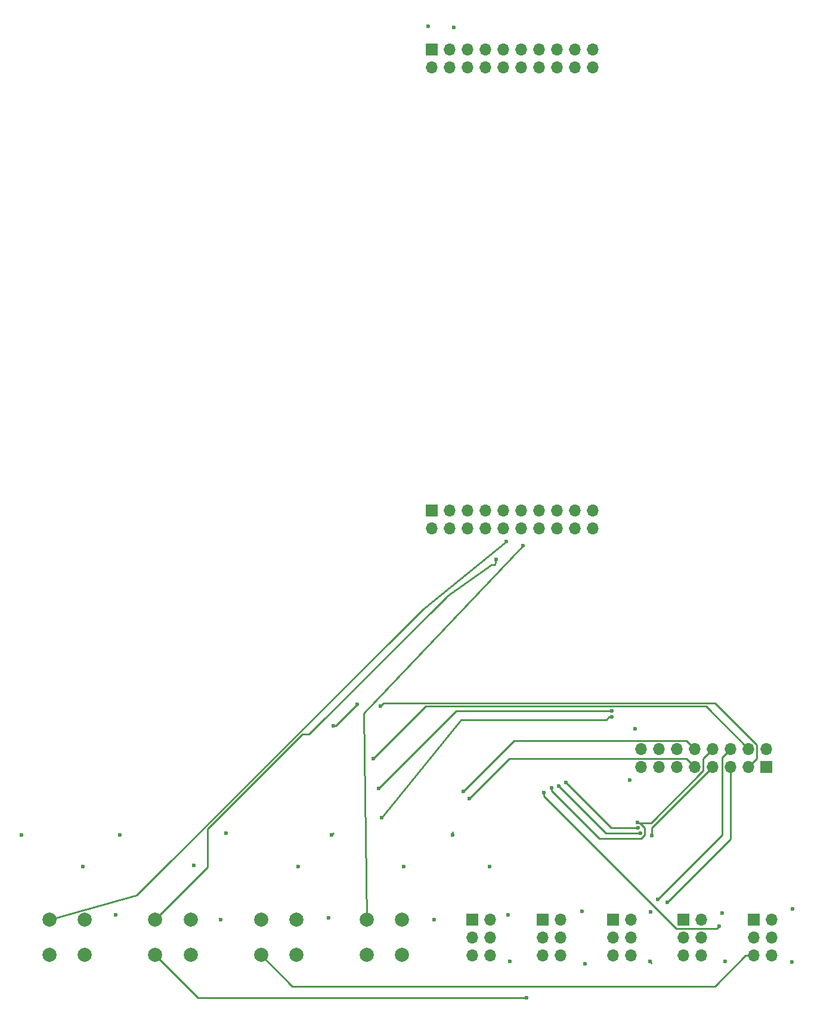
<source format=gbl>
G04 #@! TF.FileFunction,Copper,L4,Bot,Signal*
%FSLAX46Y46*%
G04 Gerber Fmt 4.6, Leading zero omitted, Abs format (unit mm)*
G04 Created by KiCad (PCBNEW 4.0.6) date Monday, August 21, 2017 'PMt' 07:16:47 PM*
%MOMM*%
%LPD*%
G01*
G04 APERTURE LIST*
%ADD10C,0.100000*%
%ADD11R,1.700000X1.700000*%
%ADD12O,1.700000X1.700000*%
%ADD13C,2.000000*%
%ADD14C,0.600000*%
%ADD15C,0.250000*%
G04 APERTURE END LIST*
D10*
D11*
X151750000Y-143300000D03*
D12*
X151750000Y-140760000D03*
X149210000Y-143300000D03*
X149210000Y-140760000D03*
X146670000Y-143300000D03*
X146670000Y-140760000D03*
X144130000Y-143300000D03*
X144130000Y-140760000D03*
X141590000Y-143300000D03*
X141590000Y-140760000D03*
X139050000Y-143300000D03*
X139050000Y-140760000D03*
X136510000Y-143300000D03*
X136510000Y-140760000D03*
X133970000Y-143300000D03*
X133970000Y-140760000D03*
D11*
X104250000Y-41500000D03*
D12*
X104250000Y-44040000D03*
X106790000Y-41500000D03*
X106790000Y-44040000D03*
X109330000Y-41500000D03*
X109330000Y-44040000D03*
X111870000Y-41500000D03*
X111870000Y-44040000D03*
X114410000Y-41500000D03*
X114410000Y-44040000D03*
X116950000Y-41500000D03*
X116950000Y-44040000D03*
X119490000Y-41500000D03*
X119490000Y-44040000D03*
X122030000Y-41500000D03*
X122030000Y-44040000D03*
X124570000Y-41500000D03*
X124570000Y-44040000D03*
X127110000Y-41500000D03*
X127110000Y-44040000D03*
D11*
X104250000Y-106900000D03*
D12*
X104250000Y-109440000D03*
X106790000Y-106900000D03*
X106790000Y-109440000D03*
X109330000Y-106900000D03*
X109330000Y-109440000D03*
X111870000Y-106900000D03*
X111870000Y-109440000D03*
X114410000Y-106900000D03*
X114410000Y-109440000D03*
X116950000Y-106900000D03*
X116950000Y-109440000D03*
X119490000Y-106900000D03*
X119490000Y-109440000D03*
X122030000Y-106900000D03*
X122030000Y-109440000D03*
X124570000Y-106900000D03*
X124570000Y-109440000D03*
X127110000Y-106900000D03*
X127110000Y-109440000D03*
D11*
X120000000Y-165000000D03*
D12*
X122540000Y-165000000D03*
X120000000Y-167540000D03*
X122540000Y-167540000D03*
X120000000Y-170080000D03*
X122540000Y-170080000D03*
D11*
X140000000Y-165000000D03*
D12*
X142540000Y-165000000D03*
X140000000Y-167540000D03*
X142540000Y-167540000D03*
X140000000Y-170080000D03*
X142540000Y-170080000D03*
D11*
X150000000Y-165000000D03*
D12*
X152540000Y-165000000D03*
X150000000Y-167540000D03*
X152540000Y-167540000D03*
X150000000Y-170080000D03*
X152540000Y-170080000D03*
D11*
X110000000Y-165000000D03*
D12*
X112540000Y-165000000D03*
X110000000Y-167540000D03*
X112540000Y-167540000D03*
X110000000Y-170080000D03*
X112540000Y-170080000D03*
D11*
X130000000Y-165000000D03*
D12*
X132540000Y-165000000D03*
X130000000Y-167540000D03*
X132540000Y-167540000D03*
X130000000Y-170080000D03*
X132540000Y-170080000D03*
D13*
X50000000Y-165000000D03*
X55000000Y-165000000D03*
X55000000Y-170000000D03*
X50000000Y-170000000D03*
X65000000Y-165000000D03*
X70000000Y-165000000D03*
X70000000Y-170000000D03*
X65000000Y-170000000D03*
X80000000Y-165000000D03*
X85000000Y-165000000D03*
X85000000Y-170000000D03*
X80000000Y-170000000D03*
X95000000Y-165000000D03*
X100000000Y-165000000D03*
X100000000Y-170000000D03*
X95000000Y-170000000D03*
D14*
X133150000Y-137900000D03*
X107350000Y-38300000D03*
X112500000Y-157500000D03*
X100250000Y-157500000D03*
X85250000Y-157500000D03*
X70500000Y-157250000D03*
X54750000Y-157500000D03*
X145900000Y-170900000D03*
X155400000Y-171000000D03*
X135200000Y-170900000D03*
X126000000Y-171300000D03*
X115300000Y-170900000D03*
X104600000Y-165000000D03*
X89600000Y-164700000D03*
X74300000Y-165000000D03*
X59400000Y-164300000D03*
X90300000Y-137450000D03*
X93700000Y-134400000D03*
X96950000Y-134700000D03*
X95950000Y-142150000D03*
X137650000Y-162550000D03*
X136350000Y-162150000D03*
X135500000Y-153040000D03*
X122300000Y-146000000D03*
X133885247Y-152676369D03*
X133444269Y-151157016D03*
X121250000Y-146250000D03*
X109550000Y-147800000D03*
X108750000Y-146800000D03*
X97155000Y-150495000D03*
X129850000Y-136250000D03*
X96700000Y-146385002D03*
X129800000Y-135350000D03*
X132350000Y-145150000D03*
X103700000Y-38200000D03*
X107250000Y-153000000D03*
X90000000Y-153000000D03*
X75000000Y-152750000D03*
X60000000Y-153000000D03*
X46000000Y-153000000D03*
X155500000Y-163500000D03*
X145500000Y-164100000D03*
X135300000Y-163900000D03*
X125600000Y-163800000D03*
X115100000Y-164300000D03*
X120150000Y-147000000D03*
X145050000Y-165950000D03*
X123300000Y-145500000D03*
X133550000Y-151950000D03*
X113372900Y-113893600D03*
X117700000Y-176050000D03*
X117195600Y-111912400D03*
X114858800Y-111315500D03*
D15*
X107350000Y-38300000D02*
X107350000Y-38250000D01*
X135400000Y-171100000D02*
X135400000Y-171200000D01*
X135200000Y-170900000D02*
X135400000Y-171100000D01*
X93700000Y-134400000D02*
X90650000Y-137450000D01*
X90650000Y-137450000D02*
X90300000Y-137450000D01*
X149210000Y-143300000D02*
X150385001Y-142124999D01*
X150385001Y-142124999D02*
X150385001Y-140195999D01*
X150385001Y-140195999D02*
X144463992Y-134274990D01*
X144463992Y-134274990D02*
X97375010Y-134274990D01*
X97375010Y-134274990D02*
X96950000Y-134700000D01*
X143174999Y-134724999D02*
X103375001Y-134724999D01*
X149210000Y-140760000D02*
X143174999Y-134724999D01*
X103375001Y-134724999D02*
X95950000Y-142150000D01*
X146670000Y-143300000D02*
X146670000Y-153530000D01*
X146670000Y-153530000D02*
X137650000Y-162550000D01*
X146670000Y-140760000D02*
X145494999Y-141935001D01*
X145494999Y-141935001D02*
X145494999Y-153005001D01*
X145494999Y-153005001D02*
X136350000Y-162150000D01*
X144130000Y-143300000D02*
X135500000Y-151930000D01*
X135500000Y-151930000D02*
X135500000Y-153040000D01*
X133885247Y-152676369D02*
X128976369Y-152676369D01*
X128976369Y-152676369D02*
X122300000Y-146000000D01*
X133775002Y-151250000D02*
X133537253Y-151250000D01*
X133537253Y-151250000D02*
X133444269Y-151157016D01*
X134510248Y-151985246D02*
X133775002Y-151250000D01*
X144130000Y-140760000D02*
X142765001Y-142124999D01*
X142765001Y-142124999D02*
X142765001Y-143864001D01*
X142765001Y-143864001D02*
X135379002Y-151250000D01*
X135379002Y-151250000D02*
X133775002Y-151250000D01*
X128075736Y-153500000D02*
X133986618Y-153500000D01*
X133986618Y-153500000D02*
X134510248Y-152976370D01*
X134510248Y-152976370D02*
X134510248Y-151985246D01*
X121250000Y-146250000D02*
X121250000Y-146674264D01*
X121250000Y-146674264D02*
X128075736Y-153500000D01*
X141590000Y-143300000D02*
X140414999Y-142124999D01*
X140414999Y-142124999D02*
X115225001Y-142124999D01*
X115225001Y-142124999D02*
X109550000Y-147800000D01*
X141590000Y-140760000D02*
X140414999Y-139584999D01*
X140414999Y-139584999D02*
X115965001Y-139584999D01*
X115965001Y-139584999D02*
X108750000Y-146800000D01*
X129025736Y-136650000D02*
X108425000Y-136650000D01*
X108425000Y-136650000D02*
X97155000Y-150495000D01*
X129850000Y-136250000D02*
X129425736Y-136250000D01*
X129425736Y-136250000D02*
X129025736Y-136650000D01*
X129800000Y-135350000D02*
X107735002Y-135350000D01*
X107735002Y-135350000D02*
X96700000Y-146385002D01*
X107250000Y-153000000D02*
X107250000Y-152575736D01*
X90000000Y-153000000D02*
X90299999Y-152700001D01*
X155500000Y-163500000D02*
X155500000Y-163400000D01*
X138964997Y-166249999D02*
X120150000Y-147435002D01*
X120150000Y-147435002D02*
X120150000Y-147000000D01*
X145050000Y-165950000D02*
X144750001Y-166249999D01*
X144750001Y-166249999D02*
X138964997Y-166249999D01*
X144427919Y-174450000D02*
X84450000Y-174450000D01*
X84450000Y-174450000D02*
X80000000Y-170000000D01*
X150000000Y-170080000D02*
X148797919Y-170080000D01*
X148797919Y-170080000D02*
X144427919Y-174450000D01*
X133550000Y-151950000D02*
X129750000Y-151950000D01*
X129750000Y-151950000D02*
X123300000Y-145500000D01*
X72450000Y-152086410D02*
X72450000Y-157550000D01*
X72450000Y-157550000D02*
X65000000Y-165000000D01*
X85836410Y-138700000D02*
X72450000Y-152086410D01*
X106338629Y-119161371D02*
X86800000Y-138700000D01*
X86800000Y-138700000D02*
X85836410Y-138700000D01*
X106338629Y-119105394D02*
X106338629Y-119161371D01*
X113257073Y-114651703D02*
X112725518Y-114651703D01*
X112725518Y-114651703D02*
X106338629Y-119105394D01*
X113372900Y-113893600D02*
X113257073Y-114651703D01*
X117700000Y-176050000D02*
X71050000Y-176050000D01*
X71050000Y-176050000D02*
X65000000Y-170000000D01*
X117195600Y-111912400D02*
X94602300Y-135674100D01*
X94602300Y-135674100D02*
X95000000Y-165000000D01*
X103050000Y-120850000D02*
X62350000Y-161550000D01*
X62350000Y-161550000D02*
X50000000Y-165000000D01*
X114858800Y-111315500D02*
X103050000Y-120850000D01*
M02*

</source>
